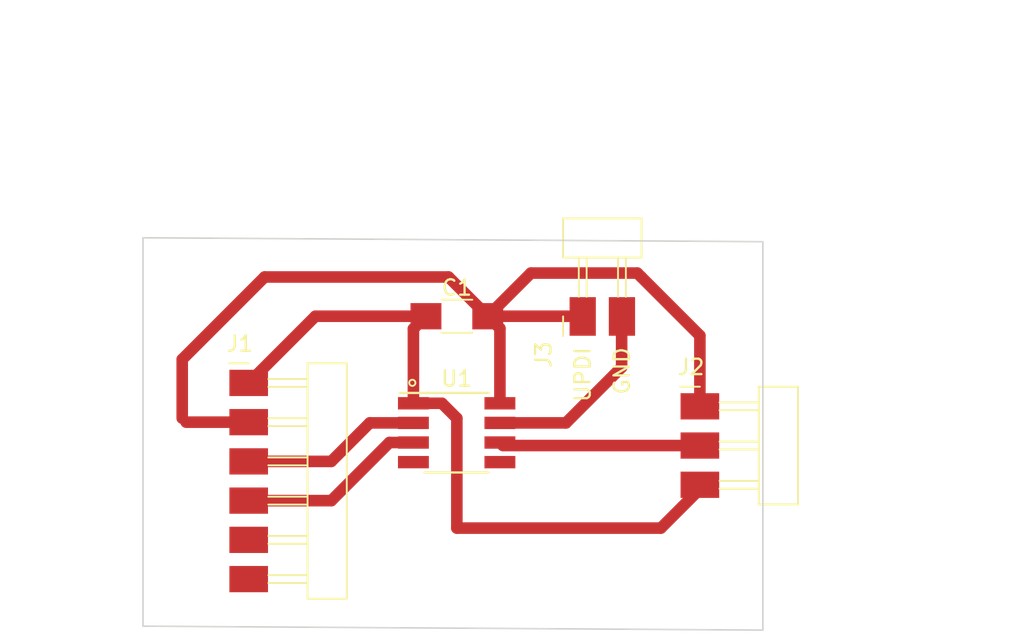
<source format=kicad_pcb>
(kicad_pcb (version 20211014) (generator pcbnew)
  (layers (0 "F.Cu" signal) (31 "B.Cu" signal) (34 "B.Paste" user) (35 "F.Paste" user) (36 "B.SilkS" user "B.Silkscreen") (37 "F.SilkS" user "F.Silkscreen") (38 "B.Mask" user) (39 "F.Mask" user) (44 "Edge.Cuts" user))
  (net 0 "")
  (net 1 "Net-(C1-Pad1)")
  (net 4 "Net-(C1-Pad2)")
  (net 5 "Net-(U1-Pad3)")
  (net 6 "Net-(U1-Pad2)")
  (net 9 "Net-(J2-Pad2)")
  (net 10 "Net-(J3-Pad2)")
  (footprint "fab:PinHeader_1x03_P2.54mm_Horizontal_SMD" (layer "F.Cu") (at 208.52 30.978)
    (fp_text reference "J2" (at -1.524 -2.54 180) (layer "F.SilkS") (effects (justify left)))
    (fp_text value "Conn_PinHeader_1x03_P2.54mm_Horizontal_SMD")
    (fp_line (start 3.81 4.826) (end 1.27 4.826) (layer "F.SilkS") (width 0.12))
    (fp_line (start 3.81 5.334) (end 1.27 5.334) (layer "F.SilkS") (width 0.12))
    (fp_line (start 3.81 0.254) (end 1.27 0.254) (layer "F.SilkS") (width 0.12))
    (fp_line (start 6.35 6.35) (end 3.81 6.35) (layer "F.SilkS") (width 0.12))
    (fp_line (start 3.81 -1.27) (end 6.35 -1.27) (layer "F.SilkS") (width 0.12))
    (fp_line (start 3.81 2.286) (end 1.27 2.286) (layer "F.SilkS") (width 0.12))
    (fp_line (start -1.27 -1.27) (end 0 -1.27) (layer "F.SilkS") (width 0.12))
    (fp_line (start 3.81 6.35) (end 3.81 -1.27) (layer "F.SilkS") (width 0.12))
    (fp_line (start 6.35 -1.27) (end 6.35 6.35) (layer "F.SilkS") (width 0.12))
    (fp_line (start 3.81 -0.254) (end 1.27 -0.254) (layer "F.SilkS") (width 0.12))
    (fp_line (start 3.81 2.794) (end 1.27 2.794) (layer "F.SilkS") (width 0.12))
    (pad "1" smd rect locked (at 0 0) (size 2.5 1.7) (layers "F.Cu" "F.Paste" "F.Mask") (net 4 "Net-(C1-Pad2)"))
    (pad "2" smd rect locked (at 0 2.54) (size 2.5 1.7) (layers "F.Cu" "F.Paste" "F.Mask") (net 9 "Net-(J2-Pad2)"))
    (pad "3" smd rect locked (at 0 5.08) (size 2.5 1.7) (layers "F.Cu" "F.Paste" "F.Mask") (net 1 "Net-(C1-Pad1)"))
  )
  (footprint "fab:SOIC-8_3.9x4.9mm_P1.27mm" (layer "F.Cu") (at 192.774 32.687)
    (fp_text reference "U1" (at 0 -3.5) (layer "F.SilkS"))
    (fp_text value "Microcontroller_ATtiny412_SSFR")
    (fp_line (start -2.075 2.575) (end 2.075 2.575) (layer "F.SilkS") (width 0.15))
    (fp_line (start -3.69 -2.575) (end 2.075 -2.575) (layer "F.SilkS") (width 0.15))
    (fp_circle (center -2.87 -3.23) (end -2.67 -3.23) (layer "F.SilkS") (width 0.12) (fill none))
    (pad "1" smd rect locked (at -2.8 -1.905) (size 2 0.8) (layers "F.Cu" "F.Paste" "F.Mask") (net 1 "Net-(C1-Pad1)"))
    (pad "2" smd rect locked (at -2.8 -0.635) (size 2 0.8) (layers "F.Cu" "F.Paste" "F.Mask") (net 6 "Net-(U1-Pad2)"))
    (pad "3" smd rect locked (at -2.8 0.635) (size 2 0.8) (layers "F.Cu" "F.Paste" "F.Mask") (net 5 "Net-(U1-Pad3)"))
    (pad "4" smd rect locked (at -2.8 1.905) (size 2 0.8) (layers "F.Cu" "F.Paste" "F.Mask"))
    (pad "5" smd rect locked (at 2.8 1.905) (size 2 0.8) (layers "F.Cu" "F.Paste" "F.Mask"))
    (pad "6" smd rect locked (at 2.8 0.635) (size 2 0.8) (layers "F.Cu" "F.Paste" "F.Mask") (net 9 "Net-(J2-Pad2)"))
    (pad "7" smd rect locked (at 2.8 -0.635) (size 2 0.8) (layers "F.Cu" "F.Paste" "F.Mask") (net 10 "Net-(J3-Pad2)"))
    (pad "8" smd rect locked (at 2.8 -1.905) (size 2 0.8) (layers "F.Cu" "F.Paste" "F.Mask") (net 4 "Net-(C1-Pad2)"))
  )
  (footprint "fab:C_1206" (layer "F.Cu") (at 192.786 25.146)
    (fp_text reference "C1" (at 0 -1.85) (layer "F.SilkS"))
    (fp_text value "C")
    (fp_line (start -1 -1.07) (end 1 -1.07) (layer "F.SilkS") (width 0.12))
    (fp_line (start 1 1.07) (end -1 1.07) (layer "F.SilkS") (width 0.12))
    (pad "1" smd rect locked (at -2 0) (size 2 1.7) (layers "F.Cu" "F.Paste" "F.Mask") (net 1 "Net-(C1-Pad1)"))
    (pad "2" smd rect locked (at 2 0) (size 2 1.7) (layers "F.Cu" "F.Paste" "F.Mask") (net 4 "Net-(C1-Pad2)"))
  )
  (footprint "fab:PinHeader_UPDI_01x02_P2.54mm_Horizontal_SMD" (layer "F.Cu") (at 200.934 25.16 90)
    (fp_text reference "J3" (at -1.524 -2.54 90) (layer "F.SilkS") (effects (justify right)))
    (fp_text value "Conn_PinHeader_1x02_P2.54mm_Horizontal_SMD")
    (fp_text user "UPDI" (at -1.905 0 90) (layer "F.SilkS") (effects (justify right)))
    (fp_text user "GND" (at -1.905 2.54 90) (layer "F.SilkS") (effects (justify right)))
    (fp_line (start 3.81 0.254) (end 1.27 0.254) (layer "F.SilkS") (width 0.12))
    (fp_line (start 6.35 -1.27) (end 6.35 3.81) (layer "F.SilkS") (width 0.12))
    (fp_line (start 3.81 3.81) (end 3.81 -1.27) (layer "F.SilkS") (width 0.12))
    (fp_line (start -1.27 -1.27) (end 0 -1.27) (layer "F.SilkS") (width 0.12))
    (fp_line (start 3.81 2.286) (end 1.27 2.286) (layer "F.SilkS") (width 0.12))
    (fp_line (start 3.81 2.794) (end 1.27 2.794) (layer "F.SilkS") (width 0.12))
    (fp_line (start 6.35 3.81) (end 3.81 3.81) (layer "F.SilkS") (width 0.12))
    (fp_line (start 3.81 -0.254) (end 1.27 -0.254) (layer "F.SilkS") (width 0.12))
    (fp_line (start 3.81 -1.27) (end 6.35 -1.27) (layer "F.SilkS") (width 0.12))
    (pad "1" smd rect locked (at 0 0 90) (size 2.5 1.7) (layers "F.Cu" "F.Paste" "F.Mask") (net 4 "Net-(C1-Pad2)"))
    (pad "2" smd rect locked (at 0 2.54 90) (size 2.5 1.7) (layers "F.Cu" "F.Paste" "F.Mask") (net 10 "Net-(J3-Pad2)"))
  )
  (footprint "fab:PinHeader_1x06_P2.54mm_Horizontal_SMD" (layer "F.Cu") (at 179.31 29.464)
    (fp_text reference "J1" (at -1.524 -2.54 180) (layer "F.SilkS") (effects (justify left)))
    (fp_text value "Conn_PinHeader_1x06_P2.54mm_Horizontal_SMD")
    (fp_line (start 6.35 -1.27) (end 6.35 13.97) (layer "F.SilkS") (width 0.12))
    (fp_line (start 3.81 4.826) (end 1.27 4.826) (layer "F.SilkS") (width 0.12))
    (fp_line (start 3.81 5.334) (end 1.27 5.334) (layer "F.SilkS") (width 0.12))
    (fp_line (start 3.81 -0.254) (end 1.27 -0.254) (layer "F.SilkS") (width 0.12))
    (fp_line (start 3.81 2.794) (end 1.27 2.794) (layer "F.SilkS") (width 0.12))
    (fp_line (start 3.81 12.954) (end 1.27 12.954) (layer "F.SilkS") (width 0.12))
    (fp_line (start 3.81 2.286) (end 1.27 2.286) (layer "F.SilkS") (width 0.12))
    (fp_line (start -1.27 -1.27) (end 0 -1.27) (layer "F.SilkS") (width 0.12))
    (fp_line (start 3.81 13.97) (end 3.81 -1.27) (layer "F.SilkS") (width 0.12))
    (fp_line (start 6.35 13.97) (end 3.81 13.97) (layer "F.SilkS") (width 0.12))
    (fp_line (start 3.81 9.906) (end 1.27 9.906) (layer "F.SilkS") (width 0.12))
    (fp_line (start 3.81 -1.27) (end 6.35 -1.27) (layer "F.SilkS") (width 0.12))
    (fp_line (start 3.81 7.366) (end 1.27 7.366) (layer "F.SilkS") (width 0.12))
    (fp_line (start 3.81 10.414) (end 1.27 10.414) (layer "F.SilkS") (width 0.12))
    (fp_line (start 3.81 12.446) (end 1.27 12.446) (layer "F.SilkS") (width 0.12))
    (fp_line (start 3.81 0.254) (end 1.27 0.254) (layer "F.SilkS") (width 0.12))
    (fp_line (start 3.81 7.874) (end 1.27 7.874) (layer "F.SilkS") (width 0.12))
    (pad "1" smd rect locked (at 0 0) (size 2.5 1.7) (layers "F.Cu" "F.Paste" "F.Mask") (net 1 "Net-(C1-Pad1)"))
    (pad "2" smd rect locked (at 0 2.54) (size 2.5 1.7) (layers "F.Cu" "F.Paste" "F.Mask") (net 4 "Net-(C1-Pad2)"))
    (pad "3" smd rect locked (at 0 5.08) (size 2.5 1.7) (layers "F.Cu" "F.Paste" "F.Mask") (net 6 "Net-(U1-Pad2)"))
    (pad "4" smd rect locked (at 0 7.62) (size 2.5 1.7) (layers "F.Cu" "F.Paste" "F.Mask") (net 5 "Net-(U1-Pad3)"))
    (pad "5" smd rect locked (at 0 10.16) (size 2.5 1.7) (layers "F.Cu" "F.Paste" "F.Mask"))
    (pad "6" smd rect locked (at 0 12.7) (size 2.5 1.7) (layers "F.Cu" "F.Paste" "F.Mask"))
  )
  (gr_line (start 172.466 20.066) (end 212.598 20.32) (layer "Edge.Cuts") (width 0.1))
  (gr_line (start 212.598 20.32) (end 212.598 45.466) (layer "Edge.Cuts") (width 0.1))
  (gr_line (start 172.466 45.212) (end 172.466 20.066) (layer "Edge.Cuts") (width 0.1))
  (gr_line (start 212.598 45.466) (end 172.466 45.212) (layer "Edge.Cuts") (width 0.1))
  (segment (start 192.786 38.862) (end 205.994 38.862) (width 0.75) (layer "F.Cu") (net 1))
  (segment (start 189.974 30.782) (end 191.818 30.782) (width 0.75) (layer "F.Cu") (net 1))
  (segment (start 189.974 30.782) (end 189.974 25.958) (width 0.75) (layer "F.Cu") (net 1))
  (segment (start 183.628 25.146) (end 179.31 29.464) (width 0.75) (layer "F.Cu") (net 1))
  (segment (start 189.974 25.958) (end 190.786 25.146) (width 0.75) (layer "F.Cu") (net 1))
  (segment (start 190.786 25.146) (end 183.628 25.146) (width 0.75) (layer "F.Cu") (net 1))
  (segment (start 205.994 38.862) (end 208.52 36.336) (width 0.75) (layer "F.Cu") (net 1))
  (segment (start 208.52 36.336) (end 208.52 36.058) (width 0.25) (layer "F.Cu") (net 1))
  (segment (start 192.786 31.75) (end 192.786 38.862) (width 0.75) (layer "F.Cu") (net 1))
  (segment (start 191.818 30.782) (end 192.786 31.75) (width 0.75) (layer "F.Cu") (net 1))
  (segment (start 175.006 27.94) (end 180.34 22.606) (width 0.75) (layer "F.Cu") (net 4))
  (segment (start 197.58 22.352) (end 204.47 22.352) (width 0.75) (layer "F.Cu") (net 4))
  (segment (start 175.26 32.004) (end 175.006 31.75) (width 0.25) (layer "F.Cu") (net 4))
  (segment (start 175.006 31.75) (end 175.006 27.94) (width 0.75) (layer "F.Cu") (net 4))
  (segment (start 200.92 25.146) (end 200.934 25.16) (width 0.25) (layer "F.Cu") (net 4))
  (segment (start 194.786 25.146) (end 194.786 25.114) (width 0.25) (layer "F.Cu") (net 4))
  (segment (start 208.52 30.978) (end 208.52 26.402) (width 0.75) (layer "F.Cu") (net 4))
  (segment (start 194.786 25.146) (end 200.92 25.146) (width 0.75) (layer "F.Cu") (net 4))
  (segment (start 194.786 25.146) (end 192.246 22.606) (width 0.75) (layer "F.Cu") (net 4))
  (segment (start 175.26 32.004) (end 179.31 32.004) (width 0.75) (layer "F.Cu") (net 4))
  (segment (start 192.246 22.606) (end 180.34 22.606) (width 0.75) (layer "F.Cu") (net 4))
  (segment (start 194.786 25.146) (end 194.818 25.146) (width 0.25) (layer "F.Cu") (net 4))
  (segment (start 195.574 30.782) (end 195.574 25.934) (width 0.75) (layer "F.Cu") (net 4))
  (segment (start 194.786 25.146) (end 197.58 22.352) (width 0.75) (layer "F.Cu") (net 4))
  (segment (start 194.818 25.114) (end 194.818 24.638) (width 0.25) (layer "F.Cu") (net 4))
  (segment (start 204.724 22.606) (end 208.52 26.402) (width 0.75) (layer "F.Cu") (net 4))
  (segment (start 195.574 25.934) (end 194.786 25.146) (width 0.75) (layer "F.Cu") (net 4))
  (segment (start 204.47 22.352) (end 204.724 22.606) (width 0.75) (layer "F.Cu") (net 4))
  (segment (start 189.974 33.322) (end 188.42 33.322) (width 0.75) (layer "F.Cu") (net 5))
  (segment (start 188.42 33.322) (end 184.658 37.084) (width 0.75) (layer "F.Cu") (net 5))
  (segment (start 184.658 37.084) (end 179.31 37.084) (width 0.75) (layer "F.Cu") (net 5))
  (segment (start 187.15 32.052) (end 184.658 34.544) (width 0.75) (layer "F.Cu") (net 6))
  (segment (start 189.974 32.052) (end 187.15 32.052) (width 0.75) (layer "F.Cu") (net 6))
  (segment (start 184.658 34.544) (end 179.31 34.544) (width 0.75) (layer "F.Cu") (net 6))
  (segment (start 195.77 33.518) (end 195.574 33.322) (width 0.25) (layer "F.Cu") (net 9))
  (segment (start 208.52 33.518) (end 195.77 33.518) (width 0.75) (layer "F.Cu") (net 9))
  (segment (start 203.474 25.56) (end 203.454 25.58) (width 0.25) (layer "F.Cu") (net 10))
  (segment (start 203.474 25.16) (end 203.474 25.56) (width 0.25) (layer "F.Cu") (net 10))
  (segment (start 203.454 25.58) (end 203.454 28.448) (width 0.75) (layer "F.Cu") (net 10))
  (segment (start 203.454 28.448) (end 199.85 32.052) (width 0.75) (layer "F.Cu") (net 10))
  (segment (start 199.85 32.052) (end 195.574 32.052) (width 0.75) (layer "F.Cu") (net 10))
)
</source>
